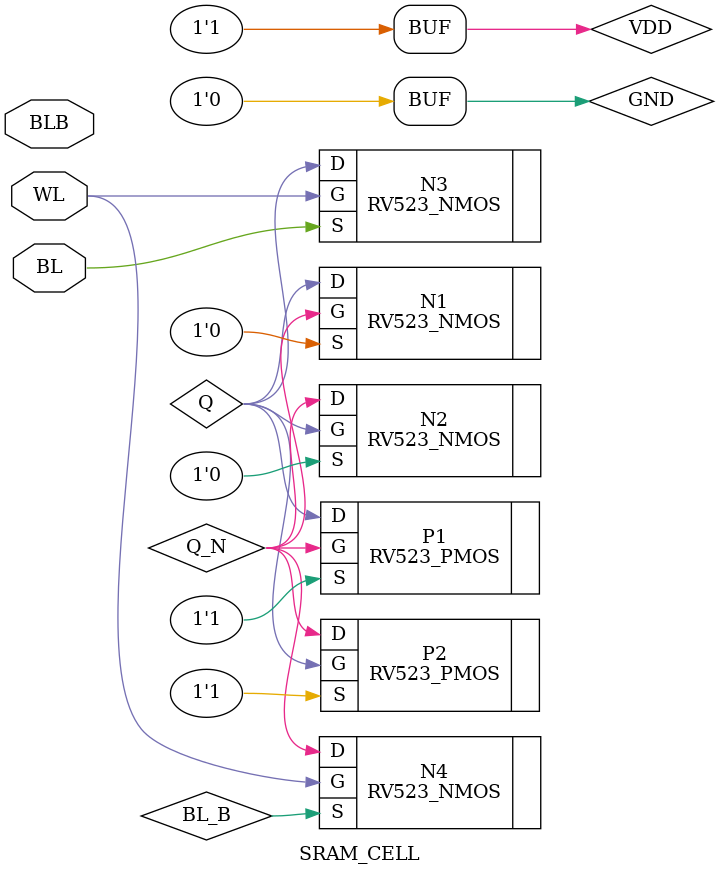
<source format=v>

module SRAM_CELL(
    input WL,
    inout BL,
    inout BLB
);
    supply1 VDD;
    supply0 GND;

    wire Q, Q_N;

    // Inverter loop
    RV523_NMOS N1(
        .S(GND),
        .D(Q),
        .G(Q_N)
    );
    RV523_PMOS P1(
        .S(VDD),
        .D(Q),
        .G(Q_N)
    );

    RV523_NMOS N2(
        .S(GND),
        .D(Q_N),
        .G(Q)
    );
    RV523_PMOS P2(
        .S(VDD),
        .D(Q_N),
        .G(Q)
    );

    // Access transistors
    RV523_NMOS N3(
        .S(BL),
        .D(Q),
        .G(WL)
    );
    RV523_NMOS N4(
        .S(BL_B),
        .D(Q_N),
        .G(WL)
    );
endmodule
</source>
